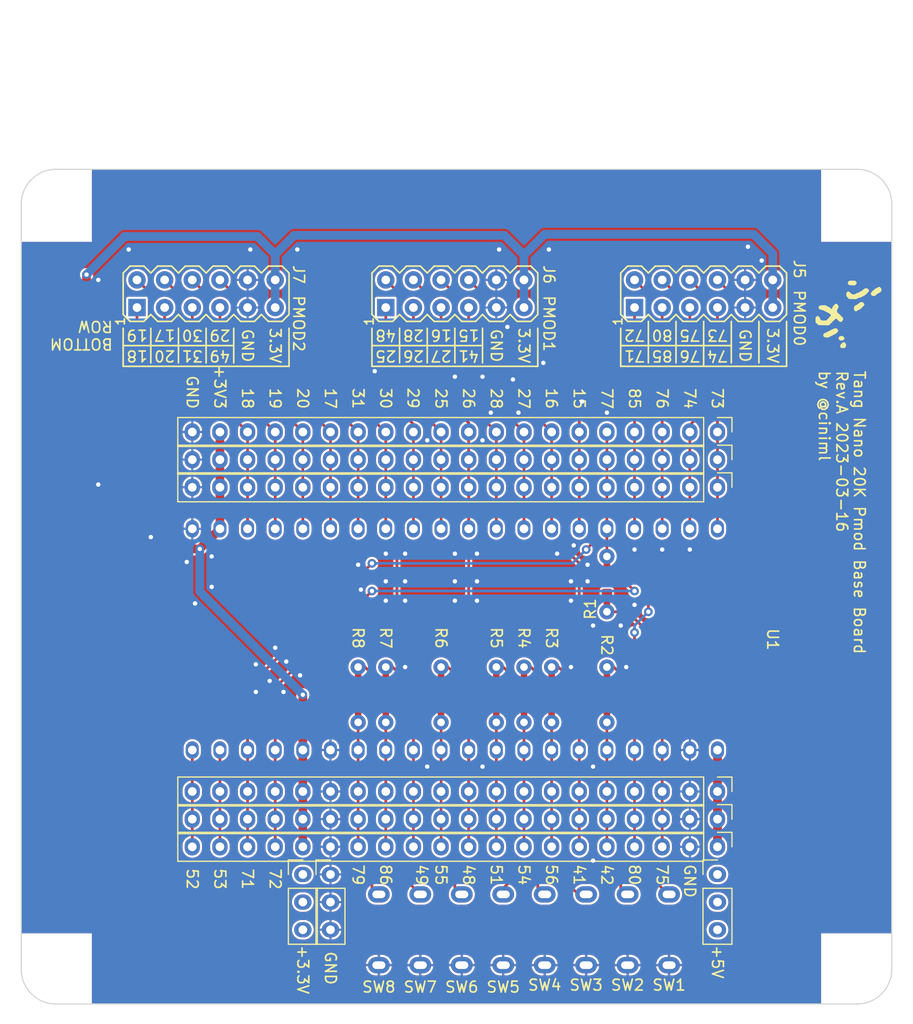
<source format=kicad_pcb>
(kicad_pcb (version 20221018) (generator pcbnew)
  (title_block (date "2023-02-14"))
  (layers (0 "F.Cu" signal) (31 "B.Cu" signal) (34 "B.Paste" user) (35 "F.Paste" user) (36 "B.SilkS" user "B.Silkscreen") (37 "F.SilkS" user "F.Silkscreen") (38 "B.Mask" user) (39 "F.Mask" user) (44 "Edge.Cuts" user))
  (net 0 "")
  (net 1 "GND")
  (net 2 "+3V3")
  (net 3 "/PMOD0_P10_PIN73")
  (net 4 "/PMOD0_P4_PIN74")
  (net 5 "/PMOD0_P3_PIN76")
  (net 6 "/PMOD0_P2_PIN85")
  (net 7 "/PIN77_LCD_CK")
  (net 8 "/PMOD1_P10_PIN15")
  (net 9 "/PMOD1_P9_PIN16")
  (net 10 "/PMOD1_P3_PIN27")
  (net 11 "/PMOD1_P8_PIN28")
  (net 12 "/PMOD1_P2_PIN26")
  (net 13 "/PMOD1_P1_PIN25")
  (net 14 "/PMOD2_P10_PIN29")
  (net 15 "/PMOD2_P9_PIN30")
  (net 16 "/PMOD2_P3_PIN31")
  (net 17 "/PMOD2_P8_PIN17")
  (net 18 "/PMOD2_P2_PIN20")
  (net 19 "/PMOD2_P7_PIN19")
  (net 20 "/PMOD2_P1_PIN18")
  (net 21 "+5V")
  (net 22 "/PMOD0_P9_PIN75")
  (net 23 "/PMOD0_P8_PIN80")
  (net 24 "/PIN42_LCD_R3")
  (net 25 "/PMOD1_P4_PIN41")
  (net 26 "/PIN56_I2S_BCLK")
  (net 27 "/PIN54_I2S_DIN")
  (net 28 "/PIN51_PA")
  (net 29 "/PMOD1_P7_PIN48")
  (net 30 "/PIN55_I2S_LRCK")
  (net 31 "/PMOD2_P4_PIN49")
  (net 32 "/PIN86_SPI_DIR")
  (net 33 "/PIN79_WS2812")
  (net 34 "/PMOD0_P7_PIN72")
  (net 35 "/PMOD0_P1_PIN71")
  (net 36 "/PIN52_DCD_DAT")
  (net 37 "/PIN53_DCD_CLK")
  (net 38 "Net-(R1-Pad2)")
  (net 39 "Net-(R2-Pad2)")
  (net 40 "Net-(R3-Pad2)")
  (net 41 "Net-(R4-Pad2)")
  (net 42 "Net-(R5-Pad2)")
  (net 43 "Net-(R6-Pad2)")
  (net 44 "Net-(R7-Pad2)")
  (net 45 "Net-(R8-Pad2)")
  (footprint "local:Conn_Pmod_Spec_D_Thin" (layer "F.Cu") (at 87.14 41.03 90)
    (fp_text reference "J7")
    (fp_text value "Conn_02x06_Top_Bottom")
  )
  (footprint "local:TVBP06-BN043XX-B" (layer "F.Cu") (at 113.175 98.18)
    (fp_text reference "SW7")
    (fp_text value "SW_Push")
  )
  (footprint "Connector_PinHeader_2.54mm_thin:PinHeader_1x20_P2.54mm_Vertical" (layer "F.Cu") (at 140.48 85.48 -90)
    (fp_text reference "J4" hide)
    (fp_text value "Conn_01x20")
  )
  (footprint "local:Conn_Pmod_Spec_D_Thin" (layer "F.Cu") (at 110 41.03 90)
    (fp_text reference "J6")
    (fp_text value "Conn_02x06_Top_Bottom")
  )
  (footprint "local:R_Axial_DIN0204_L3.6mm_D1.6mm_P5.08mm_Horizontal_with_1608metric" (layer "F.Cu") (at 120.16 79.13 90)
    (fp_text reference "R5")
    (fp_text value "1k")
  )
  (footprint "local:TangNano20K" (layer "F.Cu") (at 143.02 71.51 -90)
    (fp_text reference "U1")
    (fp_text value "TangNano20K")
  )
  (footprint "Connector_PinHeader_2.54mm_thin:PinHeader_1x03_P2.54mm_Vertical" (layer "F.Cu") (at 104.92 93.1)
    (fp_text reference "J11" hide)
    (fp_text value "Conn_01x03")
  )
  (footprint "local:MountingHole_3.2mm_M3_Mask" (layer "F.Cu") (at 79.7 31.53)
    (fp_text reference "H1" hide)
    (fp_text value "MountingHole")
  )
  (footprint "local:R_Axial_DIN0204_L3.6mm_D1.6mm_P5.08mm_Horizontal_with_1608metric" (layer "F.Cu") (at 130.32 79.13 90)
    (fp_text reference "R2")
    (fp_text value "1k")
  )
  (footprint "local:R_Axial_DIN0204_L3.6mm_D1.6mm_P5.08mm_Horizontal_with_1608metric" (layer "F.Cu") (at 107.46 79.13 90)
    (fp_text reference "R8")
    (fp_text value "1k")
  )
  (footprint "local:logo" (layer "F.Cu") (at 152.545 41.665 -90)
    (fp_text reference "LOGO1" hide)
    (fp_text value "Logo_Open_Hardware_Small" hide)
  )
  (footprint "Connector_PinHeader_2.54mm_thin:PinHeader_1x20_P2.54mm_Vertical" (layer "F.Cu") (at 140.48 88.02 -90)
    (fp_text reference "J8" hide)
    (fp_text value "Conn_01x20")
  )
  (footprint "local:R_Axial_DIN0204_L3.6mm_D1.6mm_P5.08mm_Horizontal_with_1608metric" (layer "F.Cu") (at 130.32 63.89 -90)
    (fp_text reference "R1")
    (fp_text value "1k")
  )
  (footprint "local:MountingHole_3.2mm_M3_Mask" (layer "F.Cu") (at 79.7 101.8)
    (fp_text reference "H4" hide)
    (fp_text value "MountingHole")
  )
  (footprint "local:R_Axial_DIN0204_L3.6mm_D1.6mm_P5.08mm_Horizontal_with_1608metric" (layer "F.Cu") (at 125.24 79.13 90)
    (fp_text reference "R3")
    (fp_text value "1k")
  )
  (footprint "local:TVBP06-BN043XX-B" (layer "F.Cu") (at 120.795 98.18)
    (fp_text reference "SW5")
    (fp_text value "SW_Push")
  )
  (footprint "local:R_Axial_DIN0204_L3.6mm_D1.6mm_P5.08mm_Horizontal_with_1608metric" (layer "F.Cu") (at 115.08 79.13 90)
    (fp_text reference "R6")
    (fp_text value "1k")
  )
  (footprint "local:MountingHole_3.2mm_M3_Mask" (layer "F.Cu") (at 153.3 31.53)
    (fp_text reference "H3" hide)
    (fp_text value "MountingHole")
  )
  (footprint "Connector_PinHeader_2.54mm_thin:PinHeader_1x20_P2.54mm_Vertical" (layer "F.Cu") (at 140.48 57.54 -90)
    (fp_text reference "J1" hide)
    (fp_text value "Conn_01x20")
  )
  (footprint "local:TVBP06-BN043XX-B" (layer "F.Cu") (at 109.365 98.18)
    (fp_text reference "SW8")
    (fp_text value "SW_Push")
  )
  (footprint "local:TVBP06-BN043XX-B" (layer "F.Cu") (at 124.605 98.18)
    (fp_text reference "SW4")
    (fp_text value "SW_Push")
  )
  (footprint "local:R_Axial_DIN0204_L3.6mm_D1.6mm_P5.08mm_Horizontal_with_1608metric" (layer "F.Cu") (at 110 79.13 90)
    (fp_text reference "R7")
    (fp_text value "1k")
  )
  (footprint "local:TVBP06-BN043XX-B" (layer "F.Cu") (at 136.035 98.18)
    (fp_text reference "SW1")
    (fp_text value "SW_Push")
  )
  (footprint "local:TVBP06-BN043XX-B" (layer "F.Cu") (at 128.415 98.18)
    (fp_text reference "SW3")
    (fp_text value "SW_Push")
  )
  (footprint "local:R_Axial_DIN0204_L3.6mm_D1.6mm_P5.08mm_Horizontal_with_1608metric" (layer "F.Cu") (at 122.7 79.13 90)
    (fp_text reference "R4")
    (fp_text value "1k")
  )
  (footprint "Connector_PinHeader_2.54mm_thin:PinHeader_1x20_P2.54mm_Vertical" (layer "F.Cu") (at 140.48 52.46 -90)
    (fp_text reference "J3" hide)
    (fp_text value "Conn_01x20")
  )
  (footprint "Connector_PinHeader_2.54mm_thin:PinHeader_1x20_P2.54mm_Vertical" (layer "F.Cu") (at 140.48 90.56 -90)
    (fp_text reference "J9" hide)
    (fp_text value "Conn_01x20")
  )
  (footprint "local:TVBP06-BN043XX-B" (layer "F.Cu") (at 116.985 98.18)
    (fp_text reference "SW6")
    (fp_text value "SW_Push")
  )
  (footprint "Connector_PinHeader_2.54mm_thin:PinHeader_1x03_P2.54mm_Vertical" (layer "F.Cu") (at 140.48 93.1)
    (fp_text reference "J12" hide)
    (fp_text value "Conn_01x03")
  )
  (footprint "local:TVBP06-BN043XX-B" (layer "F.Cu") (at 132.225 98.18)
    (fp_text reference "SW2")
    (fp_text value "SW_Push")
  )
  (footprint "local:Conn_Pmod_Spec_D_Thin" (layer "F.Cu") (at 132.86 41.03 90)
    (fp_text reference "J5")
    (fp_text value "Conn_02x06_Top_Bottom")
  )
  (footprint "Connector_PinHeader_2.54mm_thin:PinHeader_1x20_P2.54mm_Vertical" (layer "F.Cu") (at 140.48 55 -90)
    (fp_text reference "J2" hide)
    (fp_text value "Conn_01x20")
  )
  (footprint "Connector_PinHeader_2.54mm_thin:PinHeader_1x03_P2.54mm_Vertical" (layer "F.Cu") (at 102.38 93.1)
    (fp_text reference "J10" hide)
    (fp_text value "Conn_01x03")
  )
  (footprint "local:MountingHole_3.2mm_M3_Mask" (layer "F.Cu") (at 153.3 101.8)
    (fp_text reference "H2" hide)
    (fp_text value "MountingHole")
  )
  (gr_line (start 123.97 46.4275) (end 123.97 42.935) (stroke (width 0.15)) (layer "F.SilkS"))
  (gr_line (start 96.03 46.11) (end 96.03 42.935) (stroke (width 0.15)) (layer "F.SilkS"))
  (gr_line (start 146.83 46.4275) (end 146.83 42.3) (stroke (width 0.15)) (layer "F.SilkS"))
  (gr_line (start 131.59 46.11) (end 131.59 42.935) (stroke (width 0.15)) (layer "F.SilkS"))
  (gr_line (start 144.29 46.11) (end 144.29 42.3) (stroke (width 0.15)) (layer "F.SilkS"))
  (gr_line (start 116.35 46.11) (end 116.35 42.935) (stroke (width 0.15)) (layer "F.SilkS"))
  (gr_line (start 139.21 46.4275) (end 139.21 42.3) (stroke (width 0.15)) (layer "F.SilkS"))
  (gr_line (start 93.49 46.11) (end 93.49 42.935) (stroke (width 0.15)) (layer "F.SilkS"))
  (gr_line (start 146.83 46.4275) (end 131.59 46.4275) (stroke (width 0.15)) (layer "F.SilkS"))
  (gr_line (start 111.27 46.11) (end 111.27 42.935) (stroke (width 0.15)) (layer "F.SilkS"))
  (gr_line (start 113.81 46.11) (end 113.81 42.935) (stroke (width 0.15)) (layer "F.SilkS"))
  (gr_line (start 131.59 44.5225) (end 141.75 44.5225) (stroke (width 0.15)) (layer "F.SilkS"))
  (gr_line (start 134.13 46.11) (end 134.13 42.3) (stroke (width 0.15)) (layer "F.SilkS"))
  (gr_line (start 101.11 46.4275) (end 101.11 42.935) (stroke (width 0.15)) (layer "F.SilkS"))
  (gr_line (start 108.73 44.5225) (end 118.89 44.5225) (stroke (width 0.15)) (layer "F.SilkS"))
  (gr_line (start 136.67 46.11) (end 136.67 42.3) (stroke (width 0.15)) (layer "F.SilkS"))
  (gr_line (start 108.73 42.935) (end 108.73 46.11) (stroke (width 0.15)) (layer "F.SilkS"))
  (gr_line (start 108.73 46.4275) (end 123.97 46.4275) (stroke (width 0.15)) (layer "F.SilkS"))
  (gr_line (start 141.75 46.11) (end 141.75 42.3) (stroke (width 0.15)) (layer "F.SilkS"))
  (gr_line (start 85.87 46.4275) (end 85.87 42.935) (stroke (width 0.15)) (layer "F.SilkS"))
  (gr_line (start 88.41 46.11) (end 88.41 42.935) (stroke (width 0.15)) (layer "F.SilkS"))
  (gr_line (start 85.87 46.4275) (end 101.11 46.4275) (stroke (width 0.15)) (layer "F.SilkS"))
  (gr_line (start 90.95 46.11) (end 90.95 42.935) (stroke (width 0.15)) (layer "F.SilkS"))
  (gr_line (start 85.87 44.5225) (end 96.03 44.5225) (stroke (width 0.15)) (layer "F.SilkS"))
  (gr_line (start 118.89 46.11) (end 118.89 42.935) (stroke (width 0.15)) (layer "F.SilkS"))
  (gr_line (start 131.59 46.4275) (end 131.59 46.11) (stroke (width 0.15)) (layer "F.SilkS"))
  (gr_line (start 108.73 46.11) (end 108.73 46.4275) (stroke (width 0.15)) (layer "F.SilkS"))
  (gr_arc (start 79.7 105) (mid 77.437258 104.062742) (end 76.5 101.8) (stroke (width 0.1)) (layer "Edge.Cuts"))
  (gr_arc (start 156.5 101.8) (mid 155.562742 104.062742) (end 153.3 105) (stroke (width 0.1)) (layer "Edge.Cuts"))
  (gr_arc (start 153.3 28.33) (mid 155.562742 29.267258) (end 156.5 31.53) (stroke (width 0.1)) (layer "Edge.Cuts"))
  (gr_line (start 79.7 28.33) (end 153.3 28.33) (stroke (width 0.1)) (layer "Edge.Cuts"))
  (gr_arc (start 76.5 31.53) (mid 77.437258 29.267258) (end 79.7 28.33) (stroke (width 0.1)) (layer "Edge.Cuts"))
  (gr_line (start 79.7 105) (end 153.3 105) (stroke (width 0.1)) (layer "Edge.Cuts"))
  (gr_line (start 76.5 101.8) (end 76.5 31.53) (stroke (width 0.1)) (layer "Edge.Cuts"))
  (gr_line (start 156.5 31.53) (end 156.5 101.8) (stroke (width 0.1)) (layer "Edge.Cuts"))
  (gr_text "48" (at 117.62 92.084 270) (layer "F.SilkS") (effects (font (size 1 1)) (justify left)))
  (gr_text "19" (at 87.14 43.57 180) (layer "F.SilkS") (effects (font (size 1 1))))
  (gr_text "3.3V" (at 99.84 44.5225 270) (layer "F.SilkS") (effects (font (size 1 1))))
  (gr_text "56" (at 125.24 92.084 270) (layer "F.SilkS") (effects (font (size 1 1)) (justify left)))
  (gr_text "73" (at 140.48 43.57 180) (layer "F.SilkS") (effects (font (size 1 1))))
  (gr_text "49" (at 94.76 45.475 180) (layer "F.SilkS") (effects (font (size 1 1))))
  (gr_text "20" (at 89.68 45.475 180) (layer "F.SilkS") (effects (font (size 1 1))))
  (gr_text "72" (at 99.84 92.465 270) (layer "F.SilkS") (effects (font (size 1 1)) (justify left)))
  (gr_text "PMOD0" (at 148 42 270) (layer "F.SilkS") (effects (font (size 1 1))))
  (gr_text "74" (at 140.48 45.475 180) (layer "F.SilkS") (effects (font (size 1 1))))
  (gr_text "85" (at 132.86 50.439805 270) (layer "F.SilkS") (effects (font (size 1 1)) (justify right)))
  (gr_text "75" (at 137.94 43.57 180) (layer "F.SilkS") (effects (font (size 1 1))))
  (gr_text "15" (at 127.78 50.439805 270) (layer "F.SilkS") (effects (font (size 1 1)) (justify right)))
  (gr_text "+5V" (at 140.48 99.51 -90) (layer "F.SilkS") (effects (font (size 1 1)) (justify left)))
  (gr_text "16" (at 115.08 43.57 180) (layer "F.SilkS") (effects (font (size 1 1))))
  (gr_text "79" (at 107.46 92.084 270) (layer "F.SilkS") (effects (font (size 1 1)) (justify left)))
  (gr_text "26" (at 117.62 50.439805 270) (layer "F.SilkS") (effects (font (size 1 1)) (justify right)))
  (gr_text "75" (at 135.4 92.084 270) (layer "F.SilkS") (effects (font (size 1 1)) (justify left)))
  (gr_text "52" (at 92.22 92.465 270) (layer "F.SilkS") (effects (font (size 1 1)) (justify left)))
  (gr_text "3.3V" (at 145.56 44.5225 270) (layer "F.SilkS") (effects (font (size 1 1))))
  (gr_text "GND" (at 143.02 44.5225 270) (layer "F.SilkS") (effects (font (size 1 1))))
  (gr_text "31" (at 92.22 45.475 180) (layer "F.SilkS") (effects (font (size 1 1))))
  (gr_text "+3.3V" (at 102.38 99.51 270) (layer "F.SilkS") (effects (font (size 1 1)) (justify left)))
  (gr_text "30" (at 109.999759 50.428 270) (layer "F.SilkS") (effects (font (size 1 1)) (justify right)))
  (gr_text "86" (at 110 92.084 270) (layer "F.SilkS") (effects (font (size 1 1)) (justify left)))
  (gr_text "3.3V" (at 122.7 44.5225 270) (layer "F.SilkS") (effects (font (size 1 1))))
  (gr_text "26" (at 112.54 45.475 180) (layer "F.SilkS") (effects (font (size 1 1))))
  (gr_text "72" (at 132.86 43.57 180) (layer "F.SilkS") (effects (font (size 1 1))))
  (gr_text "GND" (at 104.92 100.085 270) (layer "F.SilkS") (effects (font (size 1 1)) (justify left)))
  (gr_text "71" (at 97.3 92.465 270) (layer "F.SilkS") (effects (font (size 1 1)) (justify left)))
  (gr_text "27" (at 122.7 50.439805 270) (layer "F.SilkS") (effects (font (size 1 1)) (justify right)))
  (gr_text "+3V3" (at 94.76 50.428 270) (layer "F.SilkS") (effects (font (size 1 1)) (justify right)))
  (gr_text "25" (at 110 45.475 180) (layer "F.SilkS") (effects (font (size 1 1))))
  (gr_text "31" (at 107.46 50.428 270) (layer "F.SilkS") (effects (font (size 1 1)) (justify right)))
  (gr_text "16" (at 125.224661 50.428 270) (layer "F.SilkS") (effects (font (size 1 1)) (justify right)))
  (gr_text "19" (at 99.84 50.428 270) (layer "F.SilkS") (effects (font (size 1 1)) (justify right)))
  (gr_text "29" (at 112.51 50.393805 270) (layer "F.SilkS") (effects (font (size 1 1)) (justify right)))
  (gr_text "28" (at 120.16 50.439805 270) (layer "F.SilkS") (effects (font (size 1 1)) (justify right)))
  (gr_text "PMOD2" (at 102 42.5 270) (layer "F.SilkS") (effects (font (size 1 1))))
  (gr_text "49" (at 113.302 92.084 270) (layer "F.SilkS") (effects (font (size 1 1)) (justify left)))
  (gr_text "GND" (at 92.22 50.428 270) (layer "F.SilkS") (effects (font (size 1 1)) (justify right)))
  (gr_text "76" (at 137.94 45.475 180) (layer "F.SilkS") (effects (font (size 1 1))))
  (gr_text "73" (at 140.465759 50.428 270) (layer "F.SilkS") (effects (font (size 1 1)) (justify right)))
  (gr_text "20" (at 102.38 50.428 270) (layer "F.SilkS") (effects (font (size 1 1)) (justify right)))
  (gr_text "85" (at 135.4 45.475 180) (layer "F.SilkS") (effects (font (size 1 1))))
  (gr_text "28" (at 112.54 43.57 180) (layer "F.SilkS") (effects (font (size 1 1))))
  (gr_text "17" (at 89.68 43.57 180) (layer "F.SilkS") (effects (font (size 1 1))))
  (gr_text "77" (at 130.32 50.439805 270) (layer "F.SilkS") (effects (font (size 1 1)) (justify right)))
  (gr_text "15" (at 117.62 43.57 180) (layer "F.SilkS") (effects (font (size 1 1))))
  (gr_text "27" (at 115.08 45.475 180) (layer "F.SilkS") (effects (font (size 1 1))))
  (gr_text "GND" (at 120.16 44.5225 270) (layer "F.SilkS") (effects (font (size 1 1))))
  (gr_text "53" (at 94.76 92.465 270) (layer "F.SilkS") (effects (font (size 1 1)) (justify left)))
  (gr_text "51" (at 120.16 92.084 270) (layer "F.SilkS") (effects (font (size 1 1)) (justify left)))
  (gr_text "GND" (at 137.94 92.084 270) (layer "F.SilkS") (effects (font (size 1 1)) (justify left)))
  (gr_text "48" (at 110 43.57 180) (layer "F.SilkS") (effects (font (size 1 1))))
  (gr_text "18" (at 97.3 50.428 270) (layer "F.SilkS") (effects (font (size 1 1)) (justify right)))
  (gr_text "GND" (at 97.3 44.5225 270) (layer "F.SilkS") (effects (font (size 1 1))))
  (gr_text "BOTTOM\nROW" (at 85 43.57 180) (layer "F.SilkS") (effects (font (size 1 1)) (justify left)))
  (gr_text "18" (at 87.14 45.475 180) (layer "F.SilkS") (effects (font (size 1 1))))
  (gr_text "30" (at 92.22 43.57 180) (layer "F.SilkS") (effects (font (size 1 1))))
  (gr_text "42" (at 130.32 92.084 270) (layer "F.SilkS") (effects (font (size 1 1)) (justify left)))
  (gr_text "55" (at 115.08 92.084 270) (layer "F.SilkS") (effects (font (size 1 1)) (justify left)))
  (gr_text "41" (at 127.78 92.084 270) (layer "F.SilkS") (effects (font (size 1 1)) (justify left)))
  (gr_text "25" (at 115.08 50.439805 270) (layer "F.SilkS") (effects (font (size 1 1)) (justify right)))
  (gr_text "76" (at 135.4 50.439805 270) (layer "F.SilkS") (effects (font (size 1 1)) (justify right)))
  (gr_text "PMOD1" (at 125 42.5 270) (layer "F.SilkS") (effects (font (size 1 1))))
  (gr_text "17" (at 104.92 50.428 270) (layer "F.SilkS") (effects (font (size 1 1)) (justify right)))
  (gr_text "54" (at 122.7 92.084 270) (layer "F.SilkS") (effects (font (size 1 1)) (justify left)))
  (gr_text "80" (at 132.86 92.084 270) (layer "F.SilkS") (effects (font (size 1 1)) (justify left)))
  (gr_text "41" (at 117.62 45.475 180) (layer "F.SilkS") (effects (font (size 1 1))))
  (gr_text "80" (at 135.4 43.57 180) (layer "F.SilkS") (effects (font (size 1 1))))
  (gr_text "71" (at 132.86 45.475 180) (layer "F.SilkS") (effects (font (size 1 1))))
  (gr_text "29" (at 94.76 43.57 180) (layer "F.SilkS") (effects (font (size 1 1))))
  (gr_text "Tang Nano 20K Pmod Base Board\nRev.A 2023-03-16\nby @ciniml" (at 151.91 46.745 270) (layer "F.SilkS") (effects (font (size 1 1)) (justify left)))
  (gr_text "74" (at 137.94 50.439805 270) (layer "F.SilkS") (effects (font (size 1 1)) (justify right)))
  (via (at 101.872 35.696) (size 0.8) (drill 0.4) (layers "F.Cu" "B.Cu") (net 1))
  (via (at 111.778 67.954) (size 0.8) (drill 0.4) (layers "F.Cu" "B.Cu") (net 1))
  (via (at 118.89 53.222) (size 0.8) (drill 0.4) (layers "F.Cu" "B.Cu") (net 1))
  (via (at 121.684 47.634) (size 0.8) (drill 0.4) (layers "F.Cu" "B.Cu") (net 1))
  (via (at 116.35 67.954) (size 0.8) (drill 0.4) (layers "F.Cu" "B.Cu") (net 1))
  (via (at 128.034 49.666) (size 0.8) (drill 0.4) (layers "F.Cu" "B.Cu") (net 1))
  (via (at 99.332 75.32) (size 0.8) (drill 0.4) (layers "F.Cu" "B.Cu") (net 1))
  (via (at 132.098 74.05) (size 0.8) (drill 0.4) (layers "F.Cu" "B.Cu") (net 1))
  (via (at 116.35 63.636) (size 0.8) (drill 0.4) (layers "F.Cu" "B.Cu") (net 1))
  (via (at 107.714 66.938) (size 0.8) (drill 0.4) (layers "F.Cu" "B.Cu") (net 1))
  (via (at 83.584 38.49) (size 0.8) (drill 0.4) (layers "F.Cu" "B.Cu") (net 1))
  (via (at 98.062 73.796) (size 0.8) (drill 0.4) (layers "F.Cu" "B.Cu") (net 1))
  (via (at 130.32 50.682) (size 0.8) (drill 0.4) (layers "F.Cu" "B.Cu") (net 1))
  (via (at 83.584 57.286) (size 0.8) (drill 0.4) (layers "F.Cu" "B.Cu") (net 1))
  (via (at 129.05 91.83) (size 0.8) (drill 0.4) (layers "F.Cu" "B.Cu") (net 1))
  (via (at 113.81 83.194) (size 0.8) (drill 0.4) (layers "F.Cu" "B.Cu") (net 1))
  (via (at 111.778 66.176) (size 0.8) (drill 0.4) (layers "F.Cu" "B.Cu") (net 1))
  (via (at 110 67.954) (size 0.8) (drill 0.4) (layers "F.Cu" "B.Cu") (net 1))
  (via (at 125.748 63.636) (size 0.8) (drill 0.4) (layers "F.Cu" "B.Cu") (net 1))
  (via (at 118.382 67.954) (size 0.8) (drill 0.4) (layers "F.Cu" "B.Cu") (net 1))
  (via (at 111.778 74.05) (size 0.8) (drill 0.4) (layers "F.Cu" "B.Cu") (net 1))
  (via (at 107.46 64.652) (size 0.8) (drill 0.4) (layers "F.Cu" "B.Cu") (net 1))
  (via (at 127.018 74.05) (size 0.8) (drill 0.4) (layers "F.Cu" "B.Cu") (net 1))
  (via (at 128.542 66.176) (size 0.8) (drill 0.4) (layers "F.Cu" "B.Cu") (net 1))
  (via (at 127.272 62.874) (size 0.8) (drill 0.4) (layers "F.Cu" "B.Cu") (net 1))
  (via (at 143.274 35.442) (size 0.8) (drill 0.4) (layers "F.Cu" "B.Cu") (net 1))
  (via (at 102.126 74.812) (size 0.8) (drill 0.4) (layers "F.Cu" "B.Cu") (net 1))
  (via (at 113.81 53.222) (size 0.8) (drill 0.4) (layers "F.Cu" "B.Cu") (net 1))
  (via (at 108.984 46.872) (size 0.8) (drill 0.4) (layers "F.Cu" "B.Cu") (net 1))
  (via (at 111.778 63.636) (size 0.8) (drill 0.4) (layers "F.Cu" "B.Cu") (net 1))
  (via (at 93.998 66.684) (size 0.8) (drill 0.4) (layers "F.Cu" "B.Cu") (net 1))
  (via (at 98.062 76.336) (size 0.8) (drill 0.4) (layers "F.Cu" "B.Cu") (net 1))
  (via (at 116.35 66.176) (size 0.8) (drill 0.4) (layers "F.Cu" "B.Cu") (net 1))
  (via (at 127.018 66.176) (size 0.8) (drill 0.4) (layers "F.Cu" "B.Cu") (net 1))
  (via (at 132.86 68.335) (size 0.8) (drill 0.4) (layers "F.Cu" "B.Cu") (net 1))
  (via (at 144.544 36.712) (size 0.8) (drill 0.4) (layers "F.Cu" "B.Cu") (net 1))
  (via (at 118.382 63.636) (size 0.8) (drill 0.4) (layers "F.Cu" "B.Cu") (net 1))
  (via (at 129.05 70.24) (size 0.8) (drill 0.4) (layers "F.Cu" "B.Cu") (net 1))
  (via (at 93.998 63.89) (size 0.8) (drill 0.4) (layers "F.Cu" "B.Cu") (net 1))
  (via (at 129.05 83.194) (size 0.8) (drill 0.4) (layers "F.Cu" "B.Cu") (net 1))
  (via (at 100.856 73.542) (size 0.8) (drill 0.4) (layers "F.Cu" "B.Cu") (net 1))
  (via (at 124.478 46.11) (size 0.8) (drill 0.4) (layers "F.Cu" "B.Cu") (net 1))
  (via (at 135.4 63.255) (size 0.8) (drill 0.4) (layers "F.Cu" "B.Cu") (net 1))
  (via (at 86.378 35.696) (size 0.8) (drill 0.4) (layers "F.Cu" "B.Cu") (net 1))
  (via (at 92.474 68.208) (size 0.8) (drill 0.4) (layers "F.Cu" "B.Cu") (net 1))
  (via (at 121.176 42.808) (size 0.8) (drill 0.4) (layers "F.Cu" "B.Cu") (net 1))
  (via (at 131.59 70.24) (size 0.8) (drill 0.4) (layers "F.Cu" "B.Cu") (net 1))
  (via (at 128.542 64.652) (size 0.8) (drill 0.4) (layers "F.Cu" "B.Cu") (net 1))
  (via (at 132.86 63.255) (size 0.8) (drill 0.4) (layers "F.Cu" "B.Cu") (net 1))
  (via (at 88.41 62.112) (size 0.8) (drill 0.4) (layers "F.Cu" "B.Cu") (net 1))
  (via (at 100.602 76.336) (size 0.8) (drill 0.4) (layers "F.Cu" "B.Cu") (net 1))
  (via (at 118.382 66.176) (size 0.8) (drill 0.4) (layers "F.Cu" "B.Cu") (net 1))
  (via (at 99.84 72.272) (size 0.8) (drill 0.4) (layers "F.Cu" "B.Cu") (net 1))
  (via (at 120.414 35.696) (size 0.8) (drill 0.4) (layers "F.Cu" "B.Cu") (net 1))
  (via (at 110 63.636) (size 0.8) (drill 0.4) (layers "F.Cu" "B.Cu") (net 1))
  (via (at 118.89 83.194) (size 0.8) (drill 0.4) (layers "F.Cu" "B.Cu") (net 1))
  (via (at 137.94 63.255) (size 0.8) (drill 0.4) (layers "F.Cu" "B.Cu") (net 1))
  (via (at 116.35 47.38) (size 0.8) (drill 0.4) (layers "F.Cu" "B.Cu") (net 1))
  (via (at 91.712 64.398) (size 0.8) (drill 0.4) (layers "F.Cu" "B.Cu") (net 1))
  (via (at 97.554 35.696) (size 0.8) (drill 0.4) (layers "F.Cu" "B.Cu") (net 1))
  (via (at 110 66.176) (size 0.8) (drill 0.4) (layers "F.Cu" "B.Cu") (net 1))
  (via (at 119.652 50.682) (size 0.8) (drill 0.4) (layers "F.Cu" "B.Cu") (net 1))
  (via (at 118.89 47.38) (size 0.8) (drill 0.4) (layers "F.Cu" "B.Cu") (net 1))
  (via (at 124.986 35.696) (size 0.8) (drill 0.4) (layers "F.Cu" "B.Cu") (net 1))
  (via (at 122.192 50.682) (size 0.8) (drill 0.4) (layers "F.Cu" "B.Cu") (net 1))
  (via (at 127.018 67.954) (size 0.8) (drill 0.4) (layers "F.Cu" "B.Cu") (net 1))
  (segment (start 82.5 57.8) (end 82.5 38) (width 0.8) (layer "F.Cu") (net 2))
  (segment (start 102.38 81.67) (end 102.38 76.59) (width 0.8) (layer "F.Cu") (net 2))
  (segment (start 87.9 63.2) (end 82.5 57.8) (width 0.8) (layer "F.Cu") (net 2))
  (segment (start 102.38 81.67) (end 102.38 90.56) (width 0.8) (layer "F.Cu") (net 2))
  (segment (start 92.91 63.2) (end 87.9 63.2) (width 0.8) (layer "F.Cu") (net 2))
  (segment (start 94.76 61.35) (end 92.91 63.2) (width 0.8) (layer "F.Cu") (net 2))
  (segment (start 94.76 52.46) (end 94.76 61.35) (width 0.8) (layer "F.Cu") (net 2))
  (via (at 82.5 38) (size 0.8) (drill 0.4) (layers "F.Cu" "B.Cu") (net 2))
  (via (at 92.91 63.2) (size 0.8) (drill 0.4) (layers "F.Cu" "B.Cu") (net 2))
  (via (at 102.38 76.59) (size 0.8) (drill 0.4) (layers "F.Cu" "B.Cu") (net 2))
  (segment (start 101.58 34.4) (end 120.9 34.4) (width 0.8) (layer "B.Cu") (net 2))
  (segment (start 82.5 38) (end 86 34.5) (width 0.8) (layer "B.Cu") (net 2))
  (segment (start 145.56 38.49) (end 145.56 41.03) (width 0.8) (layer "B.Cu") (net 2))
  (segment (start 98.2 34.5) (end 99.84 36.14) (width 0.8) (layer "B.Cu") (net 2))
  (segment (start 145.56 36.06) (end 145.56 38.49) (width 0.8) (layer "B.Cu") (net 2))
  (segment (start 143.8 34.3) (end 145.56 36.06) (width 0.8) (layer "B.Cu") (net 2))
  (segment (start 92.91 67.12) (end 92.91 63.2) (width 0.8) (layer "B.Cu") (net 2))
  (segment (start 122.7 38.49) (end 122.7 41.03) (width 0.8) (layer "B.Cu") (net 2))
  (segment (start 122.7 36.2) (end 122.7 38.49) (width 0.8) (layer "B.Cu") (net 2))
  (segment (start 99.84 38.49) (end 99.84 41.03) (width 0.8) (layer "B.Cu") (net 2))
  (segment (start 122.7 36.2) (end 124.6 34.3) (width 0.8) (layer "B.Cu") (net 2))
  (segment (start 99.84 36.14) (end 101.58 34.4) (width 0.8) (layer "B.Cu") (net 2))
  (segment (start 86 34.5) (end 98.2 34.5) (width 0.8) (layer "B.Cu") (net 2))
  (segment (start 102.38 76.59) (end 92.91 67.12) (width 0.8) (layer "B.Cu") (net 2))
  (segment (start 99.84 36.14) (end 99.84 38.49) (width 0.8) (layer "B.Cu") (net 2))
  (segment (start 124.6 34.3) (end 143.8 34.3) (width 0.8) (layer "B.Cu") (net 2))
  (segment (start 120.9 34.4) (end 122.7 36.2) (width 0.8) (layer "B.Cu") (net 2))
  (segment (start 140.48 52.46) (end 140.48 51.19) (width 0.25) (layer "F.Cu") (net 3))
  (segment (start 140.48 51.19) (end 141.75 49.92) (width 0.25) (layer "F.Cu") (net 3))
  (segment (start 140.48 61.35) (end 140.48 52.46) (width 0.25) (layer "F.Cu") (net 3))
  (segment (start 141.75 39.76) (end 140.48 38.49) (width 0.25) (layer "F.Cu") (net 3))
  (segment (start 141.75 49.92) (end 141.75 39.76) (width 0.25) (layer "F.Cu") (net 3))
  (segment (start 137.94 52.46) (end 137.94 61.35) (width 0.25) (layer "F.Cu") (net 4))
  (segment (start 137.94 52.46) (end 137.94 51.825) (width 0.25) (layer "F.Cu") (net 4))
  (segment (start 140.48 49.285) (end 140.48 41.03) (width 0.25) (layer "F.Cu") (net 4))
  (segment (start 137.94 51.825) (end 140.48 49.285) (width 0.25) (layer "F.Cu") (net 4))
  (segment (start 135.4 50.555) (end 137.94 48.015) (width 0.25) (layer "F.Cu") (net 5))
  (segment (start 135.4 61.35) (end 135.4 52.46) (width 0.25) (layer "F.Cu") (net 5))
  (segment (start 137.94 48.015) (end 137.94 41.03) (width 0.25) (layer "F.Cu") (net 5))
  (segment (start 135.4 52.46) (end 135.4 50.555) (width 0.25) (layer "F.Cu") (net 5))
  (segment (start 132.86 49.285) (end 135.4 46.745) (width 0.25) (layer "F.Cu") (net 6))
  (segment (start 135.4 46.745) (end 135.4 41.03) (width 0.25) (layer "F.Cu") (net 6))
  (segment (start 132.86 52.46) (end 132.86 49.285) (width 0.25) (layer "F.Cu") (net 6))
  (segment (start 132.86 61.35) (end 132.86 52.46) (width 0.25) (layer "F.Cu") (net 6))
  (segment (start 130.32 61.35) (end 130.32 63.89) (width 0.25) (layer "F.Cu") (net 7))
  (segment (start 130.32 52.46) (end 130.32 61.35) (width 0.25) (layer "F.Cu") (net 7))
  (segment (start 127.78 50.555) (end 118.745 41.52) (width 0.25) (layer "F.Cu") (net 8))
  (segment (start 127.78 52.46) (end 127.78 50.555) (width 0.25) (layer "F.Cu") (net 8))
  (segment (start 127.78 61.35) (end 127.78 52.46) (width 0.25) (layer "F.Cu") (net 8))
  (segment (start 118.745 39.615) (end 117.62 38.49) (width 0.25) (layer "F.Cu") (net 8))
  (segment (start 118.745 41.52) (end 118.745 39.615) (width 0.25) (layer "F.Cu") (net 8))
  (segment (start 116.205 39.615) (end 115.08 38.49) (width 0.25) (layer "F.Cu") (net 9))
  (segment (start 125.24 52.46) (end 116.205 43.425) (width 0.25) (layer "F.Cu") (net 9))
  (segment (start 125.24 61.35) (end 125.24 52.46) (width 0.25) (layer "F.Cu") (net 9))
  (segment (start 116.205 43.425) (end 116.205 39.615) (width 0.25) (layer "F.Cu") (net 9))
  (segment (start 122.7 61.35) (end 122.7 52.46) (width 0.25) (layer "F.Cu") (net 10))
  (segment (start 122.7 52.46) (end 115.08 44.84) (width 0.25) (layer "F.Cu") (net 10))
  (segment (start 115.08 44.84) (end 115.08 41.03) (width 0.25) (layer "F.Cu") (net 10))
  (segment (start 113.7 46) (end 113.7 39.65) (width 0.25) (layer "F.Cu") (net 11))
  (segment (start 120.16 52.46) (end 113.7 46) (width 0.25) (layer "F.Cu") (net 11))
  (segment (start 113.7 39.65) (end 112.54 38.49) (width 0.25) (layer "F.Cu") (net 11))
  (segment (start 120.16 61.35) (end 120.16 52.46) (width 0.25) (layer "F.Cu") (net 11))
  (segment (start 117.62 61.35) (end 117.62 52.46) (width 0.25) (layer "F.Cu") (net 12))
  (segment (start 117.62 52.46) (end 117.62 51.62) (width 0.25) (layer "F.Cu") (net 12))
  (segment (start 117.62 51.62) (end 112.54 46.54) (width 0.25) (layer "F.Cu") (net 12))
  (segment (start 112.54 46.54) (end 112.54 41.03) (width 0.25) (layer "F.Cu") (net 12))
  (segment (start 110 47.38) (end 110 41.03) (width 0.25) (layer "F.Cu") (net 13))
  (segment (start 115.08 52.46) (end 110 47.38) (width 0.25) (layer "F.Cu") (net 13))
  (segment (start 115.08 61.35) (end 115.08 52.46) (width 0.25) (layer "F.Cu") (net 13))
  (segment (start 112.54 52.46) (end 112.54 61.35) (width 0.25) (layer "F.Cu") (net 14))
  (segment (start 112.54 51.74) (end 103.6 42.8) (width 0.25) (layer "F.Cu") (net 14))
  (segment (start 96.6 42.8) (end 95.885 42.085) (width 0.25) (layer "F.Cu") (net 14))
  (segment (start 95.885 39.615) (end 94.76 38.49) (width 0.25) (layer "F.Cu") (net 14))
  (segment (start 103.6 42.8) (end 96.6 42.8) (width 0.25) (layer "F.Cu") (net 14))
  (segment (start 112.54 52.46) (end 112.54 51.74) (width 0.25) (layer "F.Cu") (net 14))
  (segment (start 95.885 42.085) (end 95.885 39.615) (width 0.25) (layer "F.Cu") (net 14))
  (segment (start 94.2 44.7) (end 93.345 43.845) (width 0.25) (layer "F.Cu") (net 15))
  (segment (start 110 52.46) (end 109.96 52.46) (width 0.25) (layer "F.Cu") (net 15))
  (segment (start 102.2 44.7) (end 94.2 44.7) (width 0.25) (layer "F.Cu") (net 15))
  (segment (start 109.96 52.46) (end 102.2 44.7) (width 0.25) (layer "F.Cu") (net 15))
  (segment (start 93.345 39.615) (end 92.22 38.49) (width 0.25) (layer "F.Cu") (net 15))
  (segment (start 110 52.46) (end 110 61.35) (width 0.25) (layer "F.Cu") (net 15))
  (segment (start 93.345 43.845) (end 93.345 39.615) (width 0.25) (layer "F.Cu") (net 15))
  (segment (start 100.8 45.8) (end 93.1 45.8) (width 0.25) (layer "F.Cu") (net 16))
  (segment (start 107.46 52.46) (end 100.8 45.8) (width 0.25) (layer "F.Cu") (net 16))
  (segment (start 107.46 52.46) (end 107.46 61.35) (width 0.25) (layer "F.Cu") (net 16))
  (segment (start 93.1 45.8) (end 92.22 44.92) (width 0.25) (layer "F.Cu") (net 16))
  (segment (start 92.22 44.92) (end 92.22 41.03) (width 0.25) (layer "F.Cu") (net 16))
  (segment (start 104.92 52.46) (end 99.76 47.3) (width 0.25) (layer "F.Cu") (net 17))
  (segment (start 99.76 47.3) (end 91.7 47.3) (width 0.25) (layer "F.Cu") (net 17))
  (segment (start 90.805 39.615) (end 89.68 38.49) (width 0.25) (layer "F.Cu") (net 17))
  (segment (start 104.92 52.46) (end 104.92 61.35) (width 0.25) (layer "F.Cu") (net 17))
  (segment (start 91.7 47.3) (end 90.805 46.405) (width 0.25) (layer "F.Cu") (net 17))
  (segment (start 90.805 46.405) (end 90.805 39.615) (width 0.25) (layer "F.Cu") (net 17))
  (segment (start 90.6 48.6) (end 89.68 47.68) (width 0.25) (layer "F.Cu") (net 18))
  (segment (start 98.52 48.6) (end 90.6 48.6) (width 0.25) (layer "F.Cu") (net 18))
  (segment (start 102.38 52.46) (end 98.52 48.6) (width 0.25) (layer "F.Cu") (net 18))
  (segment (start 89.68 47.68) (end 89.68 41.03) (width 0.25) (layer "F.Cu") (net 18))
  (segment (start 102.38 61.35) (end 102.38 52.46) (width 0.25) (layer "F.Cu") (net 18))
  (segment (start 99.84 61.35) (end 99.84 52.46) (width 0.25) (layer "F.Cu") (net 19))
  (segment (start 88.265 48.765) (end 88.265 39.615) (width 0.25) (layer "F.Cu") (net 19))
  (segment (start 99.84 52.46) (end 97.18 49.8) (width 0.25) (layer "F.Cu") (net 19))
  (segment (start 89.3 49.8) (end 88.265 48.765) (width 0.25) (layer "F.Cu") (net 19))
  (segment (start 97.18 49.8) (end 89.3 49.8) (width 0.25) (layer "F.Cu") (net 19))
  (segment (start 88.265 39.615) (end 87.14 38.49) (width 0.25) (layer "F.Cu") (net 19))
  (segment (start 97.3 52.46) (end 95.94 51.1) (width 0.25) (layer "F.Cu") (net 20))
  (segment (start 97.3 61.35) (end 97.3 52.46) (width 0.25) (layer "F.Cu") (net 20))
  (segment (start 87.14 49.54) (end 87.14 41.03) (width 0.25) (layer "F.Cu") (net 20))
  (segment (start 95.94 51.1) (end 88.7 51.1) (width 0.25) (layer "F.Cu") (net 20))
  (segment (start 88.7 51.1) (end 87.14 49.54) (width 0.25) (layer "F.Cu") (net 20))
  (segment (start 140.48 90.56) (end 140.48 81.67) (width 0.8) (layer "F.Cu") (net 21))
  (segment (start 139.21 48.65) (end 139.21 39.76) (width 0.25) (layer "F.Cu") (net 22))
  (segment (start 136.67 64.525) (end 136.67 51.19) (width 0.25) (layer "F.Cu") (net 22))
  (segment (start 135.4 65.795) (end 136.67 64.525) (width 0.25) (layer "F.Cu") (net 22))
  (segment (start 136.67 51.19) (end 139.21 48.65) (width 0.25) (layer "F.Cu") (net 22))
  (segment (start 135.4 90.56) (end 135.4 81.67) (width 0.25) (layer "F.Cu") (net 22))
  (segment (start 139.21 39.76) (end 137.94 38.49) (width 0.25) (layer "F.Cu") (net 22))
  (segment (start 135.4 81.67) (end 135.4 65.795) (width 0.25) (layer "F.Cu") (net 22))
  (segment (start 136.67 47.38) (end 136.67 39.76) (width 0.25) (layer "F.Cu") (net 23))
  (segment (start 132.86 90.56) (end 132.86 81.67) (width 0.25) (layer "F.Cu") (net 23))
  (segment (start 134.13 49.92) (end 136.67 47.38) (width 0.25) (layer "F.Cu") (net 23))
  (segment (start 136.67 39.76) (end 135.4 38.49) (width 0.25) (layer "F.Cu") (net 23))
  (segment (start 134.13 68.97) (end 134.13 49.92) (width 0.25) (layer "F.Cu") (net 23))
  (segment (start 132.86 81.67) (end 132.86 70.875) (width 0.25) (layer "F.Cu") (net 23))
  (via (at 134.13 68.97) (size 0.8) (drill 0.4) (layers "F.Cu" "B.Cu") (net 23))
  (via (at 132.86 70.875) (size 0.8) (drill 0.4) (layers "F.Cu" "B.Cu") (net 23))
  (segment (start 132.86 70.875) (end 132.86 70.24) (width 0.25) (layer "B.Cu") (net 23))
  (segment (start 132.86 70.24) (end 134.13 68.97) (width 0.25) (layer "B.Cu") (net 23))
  (segment (start 130.32 90.56) (end 130.32 79.13) (width 0.25) (layer "F.Cu") (net 24))
  (segment (start 127.78 64.525) (end 126.51 63.255) (width 0.25) (layer "F.Cu") (net 25))
  (segment (start 117.62 42.3) (end 117.62 41.03) (width 0.25) (layer "F.Cu") (net 25))
  (segment (start 126.51 63.255) (end 126.51 51.19) (width 0.25) (layer "F.Cu") (net 25))
  (segment (start 127.78 81.67) (end 127.78 64.525) (width 0.25) (layer "F.Cu") (net 25))
  (segment (start 126.51 51.19) (end 117.62 42.3) (width 0.25) (layer "F.Cu") (net 25))
  (segment (start 127.78 90.56) (end 127.78 81.67) (width 0.25) (layer "F.Cu") (net 25))
  (segment (start 125.24 79.13) (end 125.24 90.56) (width 0.25) (layer "F.Cu") (net 26))
  (segment (start 122.7 90.56) (end 122.7 79.13) (width 0.25) (layer "F.Cu") (net 27))
  (segment (start 120.16 90.56) (end 120.16 79.13) (width 0.25) (layer "F.Cu") (net 28))
  (segment (start 117.62 63.72) (end 116.105 62.205) (width 0.25) (layer "F.Cu") (net 29))
  (segment (start 116.105 62.205) (end 116.105 51.805) (width 0.25) (layer "F.Cu") (net 29))
  (segment (start 116.105 51.805) (end 111.125 46.825) (width 0.25) (layer "F.Cu") (net 29))
  (segment (start 117.62 90.56) (end 117.62 81.67) (width 0.25) (layer "F.Cu") (net 29))
  (segment (start 117.62 81.67) (end 117.62 63.72) (width 0.25) (layer "F.Cu") (net 29))
  (segment (start 111.125 39.615) (end 110 38.49) (width 0.25) (layer "F.Cu") (net 29))
  (segment (start 111.125 46.825) (end 111.125 39.615) (width 0.25) (layer "F.Cu") (net 29))
  (segment (start 115.08 90.56) (end 115.08 79.13) (width 0.25) (layer "F.Cu") (net 30))
  (segment (start 112.54 90.56) (end 112.54 81.67) (width 0.25) (layer "F.Cu") (net 31))
  (segment (start 112.54 81.67) (end 112.54 71.64) (width 0.25) (layer "F.Cu") (net 31))
  (segment (start 95.9 43.8) (end 94.76 42.66) (width 0.25) (layer "F.Cu") (net 31))
  (segment (start 111.025 70.125) (end 111.025 51.425) (width 0.25) (layer "F.Cu") (net 31))
  (segment (start 112.54 71.64) (end 111.025 70.125) (width 0.25) (layer "F.Cu") (net 31))
  (segment (start 103.4 43.8) (end 95.9 43.8) (width 0.25) (layer "F.Cu") (net 31))
  (segment (start 94.76 42.66) (end 94.76 41.03) (width 0.25) (layer "F.Cu") (net 31))
  (segment (start 111.025 51.425) (end 103.4 43.8) (width 0.25) (layer "F.Cu") (net 31))
  (segment (start 110 90.56) (end 110 79.13) (width 0.25) (layer "F.Cu") (net 32))
  (segment (start 107.46 90.56) (end 107.46 79.13) (width 0.25) (layer "F.Cu") (net 33))
  (segment (start 131.59 65.795) (end 131.59 48.65) (width 0.25) (layer "F.Cu") (net 34))
  (segment (start 99.84 90.56) (end 99.84 81.67) (width 0.25) (layer "F.Cu") (net 34))
  (segment (start 132.86 67.065) (end 131.59 65.795) (width 0.25) (layer "F.Cu") (net 34))
  (segment (start 99.84 81.67) (end 99.84 75.955) (width 0.25) (layer "F.Cu") (net 34))
  (segment (start 134.13 39.76) (end 132.86 38.49) (width 0.25) (layer "F.Cu") (net 34))
  (segment (start 134.13 46.11) (end 134.13 39.76) (width 0.25) (layer "F.Cu") (net 34))
  (segment (start 99.84 75.955) (end 108.73 67.065) (width 0.25) (layer "F.Cu") (net 34))
  (segment (start 131.59 48.65) (end 134.13 46.11) (width 0.25) (layer "F.Cu") (net 34))
  (via (at 132.86 67.065) (size 0.8) (drill 0.4) (layers "F.Cu" "B.Cu") (net 34))
  (via (at 108.73 67.065) (size 0.8) (drill 0.4) (layers "F.Cu" "B.Cu") (net 34))
  (segment (start 108.73 67.065) (end 132.86 67.065) (width 0.25) (layer "B.Cu") (net 34))
  (segment (start 128.415 63.255) (end 129.05 62.62) (width 0.25) (layer "F.Cu") (net 35))
  (segment (start 129.05 62.62) (end 129.05 49.285) (width 0.25) (layer "F.Cu") (net 35))
  (segment (start 132.86 45.475) (end 132.86 41.03) (width 0.25) (layer "F.Cu") (net 35))
  (segment (start 129.05 49.285) (end 132.86 45.475) (width 0.25) (layer "F.Cu") (net 35))
  (segment (start 97.3 90.56) (end 97.3 81.67) (width 0.25) (layer "F.Cu") (net 35))
  (segment (start 97.3 81.67) (end 97.3 75.955) (width 0.25) (layer "F.Cu") (net 35))
  (segment (start 97.3 75.955) (end 108.73 64.525) (width 0.25) (layer "F.Cu") (net 35))
  (via (at 128.415 63.255) (size 0.8) (drill 0.4) (layers "F.Cu" "B.Cu") (net 35))
  (via (at 108.73 64.525) (size 0.8) (drill 0.4) (layers "F.Cu" "B.Cu") (net 35))
  (segment (start 127.145 64.525) (end 128.415 63.255) (width 0.25) (layer "B.Cu") (net 35))
  (segment (start 108.73 64.525) (end 127.145 64.525) (width 0.25) (layer "B.Cu") (net 35))
  (segment (start 92.22 90.56) (end 92.22 81.67) (width 0.25) (layer "F.Cu") (net 36))
  (segment (start 94.76 81.67) (end 94.76 90.56) (width 0.25) (layer "F.Cu") (net 37))
  (segment (start 135.96 94.93) (end 136.035 94.93) (width 0.25) (layer "F.Cu") (net 38))
  (segment (start 134.13 70.875) (end 134.13 93.1) (width 0.25) (layer "F.Cu") (net 38))
  (segment (start 130.32 68.97) (end 132.225 68.97) (width 0.25) (layer "F.Cu") (net 38))
  (segment (start 134.13 93.1) (end 135.96 94.93) (width 0.25) (layer "F.Cu") (net 38))
  (segment (start 132.225 68.97) (end 134.13 70.875) (width 0.25) (layer "F.Cu") (net 38))
  (segment (start 131.59 74.685) (end 131.59 94.295) (width 0.25) (layer "F.Cu") (net 39))
  (segment (start 131.59 94.295) (end 132.225 94.93) (width 0.25) (layer "F.Cu") (net 39))
  (segment (start 130.32 74.05) (end 130.955 74.05) (width 0.25) (layer "F.Cu") (net 39))
  (segment (start 130.955 74.05) (end 131.59 74.685) (width 0.25) (layer "F.Cu") (net 39))
  (segment (start 126.51 93.735) (end 127.705 94.93) (width 0.25) (layer "F.Cu") (net 40))
  (segment (start 125.875 74.05) (end 126.51 74.685) (width 0.25) (layer "F.Cu") (net 40))
  (segment (start 125.24 74.05) (end 125.875 74.05) (width 0.25) (layer "F.Cu") (net 40))
  (segment (start 127.705 94.93) (end 128.415 94.93) (width 0.25) (layer "F.Cu") (net 40))
  (segment (start 126.51 74.685) (end 126.51 93.735) (width 0.25) (layer "F.Cu") (net 40))
  (segment (start 123.97 94.295) (end 124.605 94.93) (width 0.25) (layer "F.Cu") (net 41))
  (segment (start 123.335 74.05) (end 123.97 74.685) (width 0.25) (layer "F.Cu") (net 41))
  (segment (start 122.7 74.05) (end 123.335 74.05) (width 0.25) (layer "F.Cu") (net 41))
  (segment (start 123.97 74.685) (end 123.97 94.295) (width 0.25) (layer "F.Cu") (net 41))
  (segment (start 121.43 74.685) (end 121.43 93.735) (width 0.25) (layer "F.Cu") (net 42))
  (segment (start 120.795 74.05) (end 121.43 74.685) (width 0.25) (layer "F.Cu") (net 42))
  (segment (start 120.16 74.05) (end 120.795 74.05) (width 0.25) (layer "F.Cu") (net 42))
  (segment (start 120.795 94.37) (end 120.795 94.93) (width 0.25) (layer "F.Cu") (net 42))
  (segment (start 121.43 93.735) (end 120.795 94.37) (width 0.25) (layer "F.Cu") (net 42))
  (segment (start 115.08 74.05) (end 115.715 74.05) (width 0.25) (layer "F.Cu") (net 43))
  (segment (start 116.35 74.685) (end 116.35 94.295) (width 0.25) (layer "F.Cu") (net 43))
  (segment (start 116.35 94.295) (end 116.985 94.93) (width 0.25) (layer "F.Cu") (net 43))
  (segment (start 115.715 74.05) (end 116.35 74.685) (width 0.25) (layer "F.Cu") (net 43))
  (segment (start 110.635 74.05) (end 111.27 74.685) (width 0.25) (layer "F.Cu") (net 44))
  (segment (start 111.27 93.025) (end 113.175 94.93) (width 0.25) (layer "F.Cu") (net 44))
  (segment (start 110 74.05) (end 110.635 74.05) (width 0.25) (layer "F.Cu") (net 44))
  (segment (start 111.27 74.685) (end 111.27 93.025) (width 0.25) (layer "F.Cu") (net 44))
  (segment (start 108.73 94.295) (end 109.365 94.93) (width 0.25) (layer "F.Cu") (net 45))
  (segment (start 107.46 74.05) (end 108.095 74.05) (width 0.25) (layer "F.Cu") (net 45))
  (segment (start 108.73 74.685) (end 108.73 94.295) (width 0.25) (layer "F.Cu") (net 45))
  (segment (start 108.095 74.05) (end 108.73 74.685) (width 0.25) (layer "F.Cu") (net 45))
  (zone (net 1) (net_name "GND") (layers "F&B.Cu") (name "GND") (connect_pads (clearance 0.2)) (min_thickness 0.2) (fill yes (thermal_gap 0.2) (thermal_bridge_width 0.2))
    (polygon (pts (xy 156.5 35) (xy 156.5 98.5) (xy 150 98.5) (xy 150 105) (xy 83 105) (xy 83 98.5) (xy 76.5 98.5) (xy 76.5 35) (xy 83 35) (xy 83 28) (xy 150 28) (xy 150 35)))
  )
)
</source>
